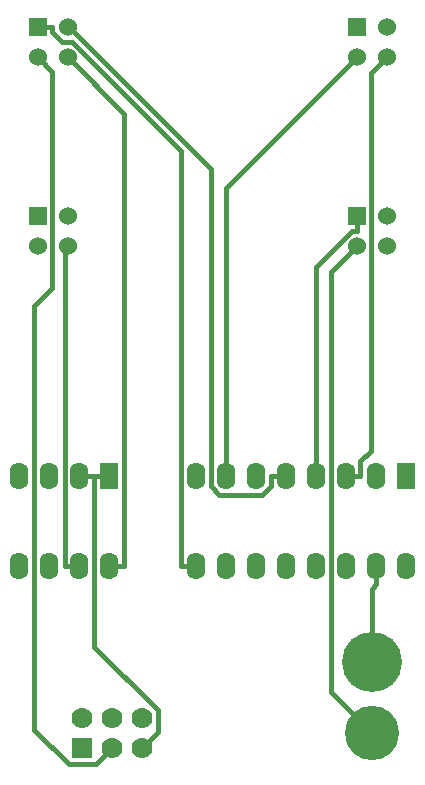
<source format=gtl>
G04 (created by PCBNEW (2013-jul-07)-stable) date Tue 18 Aug 2015 02:40:38 PM PDT*
%MOIN*%
G04 Gerber Fmt 3.4, Leading zero omitted, Abs format*
%FSLAX34Y34*%
G01*
G70*
G90*
G04 APERTURE LIST*
%ADD10C,0.00590551*%
%ADD11R,0.06X0.06*%
%ADD12C,0.06*%
%ADD13R,0.07X0.07*%
%ADD14C,0.07*%
%ADD15C,0.2*%
%ADD16C,0.1811*%
%ADD17R,0.062X0.09*%
%ADD18O,0.062X0.09*%
%ADD19C,0.015*%
G04 APERTURE END LIST*
G54D10*
G54D11*
X21744Y-24500D03*
G54D12*
X22744Y-24500D03*
X21744Y-25500D03*
X22744Y-25500D03*
G54D11*
X21744Y-30799D03*
G54D12*
X22744Y-30799D03*
X21744Y-31799D03*
X22744Y-31799D03*
G54D11*
X32374Y-24500D03*
G54D12*
X33374Y-24500D03*
X32374Y-25500D03*
X33374Y-25500D03*
G54D11*
X32374Y-30799D03*
G54D12*
X33374Y-30799D03*
X32374Y-31799D03*
X33374Y-31799D03*
G54D13*
X23212Y-48531D03*
G54D14*
X23212Y-47531D03*
X24212Y-48531D03*
X24212Y-47531D03*
X25212Y-48531D03*
X25212Y-47531D03*
G54D15*
X32874Y-45669D03*
G54D16*
X32874Y-48031D03*
G54D17*
X34011Y-39444D03*
G54D18*
X33011Y-39444D03*
X32011Y-39444D03*
X31011Y-39444D03*
X30011Y-39444D03*
X29011Y-39444D03*
X28011Y-39444D03*
X27011Y-39444D03*
X27011Y-42444D03*
X28011Y-42444D03*
X29011Y-42444D03*
X30011Y-42444D03*
X31011Y-42444D03*
X32011Y-42444D03*
X33011Y-42444D03*
X34011Y-42444D03*
G54D17*
X24137Y-39444D03*
G54D18*
X23137Y-39444D03*
X22137Y-39444D03*
X21137Y-39444D03*
X21137Y-42444D03*
X22137Y-42444D03*
X23137Y-42444D03*
X24137Y-42444D03*
G54D19*
X32874Y-43207D02*
X32874Y-45669D01*
X33011Y-43070D02*
X32874Y-43207D01*
X33011Y-42444D02*
X33011Y-43070D01*
X27011Y-42444D02*
X26526Y-42444D01*
X21744Y-24500D02*
X22219Y-24500D01*
X26526Y-28605D02*
X26526Y-42444D01*
X22896Y-24975D02*
X26526Y-28605D01*
X22545Y-24975D02*
X22896Y-24975D01*
X22219Y-24648D02*
X22545Y-24975D01*
X22219Y-24500D02*
X22219Y-24648D01*
X22779Y-24500D02*
X22744Y-24500D01*
X27511Y-29232D02*
X22779Y-24500D01*
X27511Y-39779D02*
X27511Y-29232D01*
X27806Y-40073D02*
X27511Y-39779D01*
X29231Y-40073D02*
X27806Y-40073D01*
X29526Y-39778D02*
X29231Y-40073D01*
X29526Y-39444D02*
X29526Y-39778D01*
X30011Y-39444D02*
X29526Y-39444D01*
X28011Y-29862D02*
X32374Y-25500D01*
X28011Y-39444D02*
X28011Y-29862D01*
X23137Y-39444D02*
X23637Y-39444D01*
X23637Y-39444D02*
X24137Y-39444D01*
X25741Y-48002D02*
X25212Y-48531D01*
X25741Y-47246D02*
X25741Y-48002D01*
X23637Y-45142D02*
X25741Y-47246D01*
X23637Y-39444D02*
X23637Y-45142D01*
X24622Y-27378D02*
X22744Y-25500D01*
X24622Y-42444D02*
X24622Y-27378D01*
X24137Y-42444D02*
X24622Y-42444D01*
X22652Y-31890D02*
X22744Y-31799D01*
X22652Y-42444D02*
X22652Y-31890D01*
X23137Y-42444D02*
X22652Y-42444D01*
X32849Y-26024D02*
X33374Y-25500D01*
X32849Y-38607D02*
X32849Y-26024D01*
X32496Y-38959D02*
X32849Y-38607D01*
X32496Y-39444D02*
X32496Y-38959D01*
X32011Y-39444D02*
X32496Y-39444D01*
X32225Y-31274D02*
X32374Y-31274D01*
X31011Y-32488D02*
X32225Y-31274D01*
X31011Y-39444D02*
X31011Y-32488D01*
X32374Y-30799D02*
X32374Y-31274D01*
X22219Y-25975D02*
X21744Y-25500D01*
X22219Y-33194D02*
X22219Y-25975D01*
X21637Y-33775D02*
X22219Y-33194D01*
X21637Y-47913D02*
X21637Y-33775D01*
X22781Y-49056D02*
X21637Y-47913D01*
X23687Y-49056D02*
X22781Y-49056D01*
X24212Y-48531D02*
X23687Y-49056D01*
X31511Y-32661D02*
X32374Y-31799D01*
X31511Y-46669D02*
X31511Y-32661D01*
X32874Y-48031D02*
X31511Y-46669D01*
M02*

</source>
